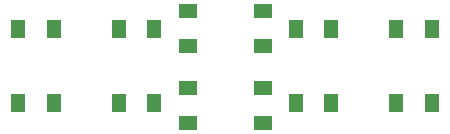
<source format=gbr>
%TF.GenerationSoftware,KiCad,Pcbnew,(5.0.2)-1*%
%TF.CreationDate,2020-07-31T10:54:53+02:00*%
%TF.ProjectId,Multimeter_Watch_DisplayBoard_V1,4d756c74-696d-4657-9465-725f57617463,rev?*%
%TF.SameCoordinates,Original*%
%TF.FileFunction,Paste,Top*%
%TF.FilePolarity,Positive*%
%FSLAX46Y46*%
G04 Gerber Fmt 4.6, Leading zero omitted, Abs format (unit mm)*
G04 Created by KiCad (PCBNEW (5.0.2)-1) date 31.7.2020 10:54:53*
%MOMM*%
%LPD*%
G01*
G04 APERTURE LIST*
%ADD10R,1.300000X1.500000*%
%ADD11R,1.500000X1.300000*%
G04 APERTURE END LIST*
D10*
%TO.C,SW6*%
X149000000Y-98300000D03*
X146000000Y-98300000D03*
X146000000Y-92000000D03*
X149000000Y-92000000D03*
%TD*%
%TO.C,SW5*%
X140500000Y-98300000D03*
X137500000Y-98300000D03*
X137500000Y-92000000D03*
X140500000Y-92000000D03*
%TD*%
D11*
%TO.C,SW4*%
X134700000Y-90500000D03*
X134700000Y-93500000D03*
X128400000Y-93500000D03*
X128400000Y-90500000D03*
%TD*%
%TO.C,SW3*%
X128400000Y-100000000D03*
X128400000Y-97000000D03*
X134700000Y-97000000D03*
X134700000Y-100000000D03*
%TD*%
D10*
%TO.C,SW2*%
X122500000Y-92000000D03*
X125500000Y-92000000D03*
X125500000Y-98300000D03*
X122500000Y-98300000D03*
%TD*%
%TO.C,SW1*%
X114000000Y-92000000D03*
X117000000Y-92000000D03*
X117000000Y-98300000D03*
X114000000Y-98300000D03*
%TD*%
M02*

</source>
